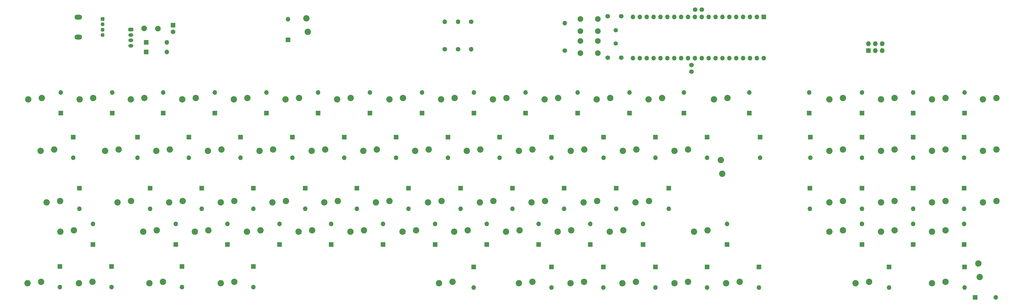
<source format=gts>
G04 #@! TF.GenerationSoftware,KiCad,Pcbnew,5.1.6-c6e7f7d~87~ubuntu18.04.1*
G04 #@! TF.CreationDate,2020-08-05T12:54:41+02:00*
G04 #@! TF.ProjectId,m0116_usb,6d303131-365f-4757-9362-2e6b69636164,rev?*
G04 #@! TF.SameCoordinates,Original*
G04 #@! TF.FileFunction,Soldermask,Top*
G04 #@! TF.FilePolarity,Negative*
%FSLAX46Y46*%
G04 Gerber Fmt 4.6, Leading zero omitted, Abs format (unit mm)*
G04 Created by KiCad (PCBNEW 5.1.6-c6e7f7d~87~ubuntu18.04.1) date 2020-08-05 12:54:41*
%MOMM*%
%LPD*%
G01*
G04 APERTURE LIST*
%ADD10O,1.700000X1.700000*%
%ADD11R,1.700000X1.700000*%
%ADD12C,2.350000*%
%ADD13O,1.850000X1.300000*%
%ADD14C,1.600000*%
%ADD15C,1.700000*%
%ADD16O,1.450000X1.450000*%
%ADD17R,1.450000X1.450000*%
%ADD18O,2.800000X1.800000*%
%ADD19O,1.800000X1.800000*%
%ADD20R,1.800000X1.800000*%
%ADD21C,2.100000*%
G04 APERTURE END LIST*
D10*
G04 #@! TO.C,U1*
X303276000Y-91744800D03*
X255016000Y-76504800D03*
X300736000Y-91744800D03*
X257556000Y-76504800D03*
X298196000Y-91744800D03*
X260096000Y-76504800D03*
X295656000Y-91744800D03*
X262636000Y-76504800D03*
X293116000Y-91744800D03*
X265176000Y-76504800D03*
X290576000Y-91744800D03*
X267716000Y-76504800D03*
X288036000Y-91744800D03*
X270256000Y-76504800D03*
X285496000Y-91744800D03*
X272796000Y-76504800D03*
X282956000Y-91744800D03*
X275336000Y-76504800D03*
X280416000Y-91744800D03*
X277876000Y-76504800D03*
X277876000Y-91744800D03*
X280416000Y-76504800D03*
X275336000Y-91744800D03*
X282956000Y-76504800D03*
X272796000Y-91744800D03*
X285496000Y-76504800D03*
X270256000Y-91744800D03*
X288036000Y-76504800D03*
X267716000Y-91744800D03*
X290576000Y-76504800D03*
X265176000Y-91744800D03*
X293116000Y-76504800D03*
X262636000Y-91744800D03*
X295656000Y-76504800D03*
X260096000Y-91744800D03*
X298196000Y-76504800D03*
X257556000Y-91744800D03*
X300736000Y-76504800D03*
X255016000Y-91744800D03*
D11*
X303276000Y-76504800D03*
G04 #@! TD*
D12*
G04 #@! TO.C,MX14*
X289901000Y-106489000D03*
X284901000Y-106989000D03*
G04 #@! TD*
D13*
G04 #@! TO.C,J3*
X69723000Y-87153000D03*
X69723000Y-85153000D03*
X69723000Y-83153000D03*
G36*
G01*
X69068832Y-80503000D02*
X70377168Y-80503000D01*
G75*
G02*
X70648000Y-80773832I0J-270832D01*
G01*
X70648000Y-81532168D01*
G75*
G02*
X70377168Y-81803000I-270832J0D01*
G01*
X69068832Y-81803000D01*
G75*
G02*
X68798000Y-81532168I0J270832D01*
G01*
X68798000Y-80773832D01*
G75*
G02*
X69068832Y-80503000I270832J0D01*
G01*
G37*
G04 #@! TD*
D14*
G04 #@! TO.C,XTAL1*
X248666000Y-86287000D03*
X248666000Y-81407000D03*
G04 #@! TD*
D15*
G04 #@! TO.C,C5*
X245698000Y-91567000D03*
X250698000Y-91567000D03*
G04 #@! TD*
G04 #@! TO.C,C4*
X245698000Y-76200000D03*
X250698000Y-76200000D03*
G04 #@! TD*
G04 #@! TO.C,C1*
X85344000Y-82002000D03*
D11*
X85344000Y-79502000D03*
G04 #@! TD*
D16*
G04 #@! TO.C,J2*
X59309000Y-83216000D03*
X59309000Y-81216000D03*
X59309000Y-79216000D03*
D17*
X59309000Y-77216000D03*
G04 #@! TD*
D18*
G04 #@! TO.C,USB1*
X50391000Y-76614000D03*
X50391000Y-83914000D03*
G04 #@! TD*
D12*
G04 #@! TO.C,MX34*
X351496000Y-125539000D03*
X346496000Y-126039000D03*
G04 #@! TD*
G04 #@! TO.C,MX40*
X107910000Y-144589000D03*
X102910000Y-145089000D03*
G04 #@! TD*
D19*
G04 #@! TO.C,J1*
X346964000Y-86360000D03*
X346964000Y-88900000D03*
X344424000Y-86360000D03*
X344424000Y-88900000D03*
X341884000Y-86360000D03*
D20*
X341884000Y-88900000D03*
G04 #@! TD*
D12*
G04 #@! TO.C,MX1*
X36917000Y-106489000D03*
X31917000Y-106989000D03*
G04 #@! TD*
D11*
G04 #@! TO.C,D3*
X43942000Y-112014000D03*
D10*
X43942000Y-104394000D03*
G04 #@! TD*
D15*
G04 #@! TO.C,R3*
X185547000Y-88392000D03*
D10*
X185547000Y-78232000D03*
G04 #@! TD*
G04 #@! TO.C,D1*
X83058000Y-85852000D03*
D11*
X75438000Y-85852000D03*
G04 #@! TD*
D10*
G04 #@! TO.C,D2*
X83058000Y-89408000D03*
D11*
X75438000Y-89408000D03*
G04 #@! TD*
D12*
G04 #@! TO.C,MX62*
X227243000Y-155893000D03*
X232243000Y-155393000D03*
G04 #@! TD*
G04 #@! TO.C,MX64*
X277535000Y-155893000D03*
X282535000Y-155393000D03*
G04 #@! TD*
D10*
G04 #@! TO.C,D18*
X339471000Y-104394000D03*
D11*
X339471000Y-112014000D03*
G04 #@! TD*
D12*
G04 #@! TO.C,MX3*
X74763000Y-106489000D03*
X69763000Y-106989000D03*
G04 #@! TD*
G04 #@! TO.C,MX72*
X135065000Y-82002000D03*
X134565000Y-77002000D03*
G04 #@! TD*
G04 #@! TO.C,MX81*
X382969000Y-172680000D03*
X382469000Y-167680000D03*
G04 #@! TD*
G04 #@! TO.C,MX80*
X365292000Y-174943000D03*
X370292000Y-174443000D03*
G04 #@! TD*
G04 #@! TO.C,MX79*
X337098000Y-174943000D03*
X342098000Y-174443000D03*
G04 #@! TD*
G04 #@! TO.C,MX78*
X289346000Y-174943000D03*
X294346000Y-174443000D03*
G04 #@! TD*
G04 #@! TO.C,MX77*
X270296000Y-174943000D03*
X275296000Y-174443000D03*
G04 #@! TD*
G04 #@! TO.C,MX76*
X251119000Y-174943000D03*
X256119000Y-174443000D03*
G04 #@! TD*
G04 #@! TO.C,MX75*
X231942000Y-174943000D03*
X236942000Y-174443000D03*
G04 #@! TD*
G04 #@! TO.C,MX74*
X212892000Y-174943000D03*
X217892000Y-174443000D03*
G04 #@! TD*
G04 #@! TO.C,MX73*
X183428000Y-174943000D03*
X188428000Y-174443000D03*
G04 #@! TD*
G04 #@! TO.C,MX71*
X102910000Y-174943000D03*
X107910000Y-174443000D03*
G04 #@! TD*
G04 #@! TO.C,MX70*
X76621000Y-174943000D03*
X81621000Y-174443000D03*
G04 #@! TD*
G04 #@! TO.C,MX69*
X50586000Y-174943000D03*
X55586000Y-174443000D03*
G04 #@! TD*
G04 #@! TO.C,MX68*
X31663000Y-174943000D03*
X36663000Y-174443000D03*
G04 #@! TD*
G04 #@! TO.C,MX67*
X365292000Y-155893000D03*
X370292000Y-155393000D03*
G04 #@! TD*
G04 #@! TO.C,MX66*
X346496000Y-155893000D03*
X351496000Y-155393000D03*
G04 #@! TD*
G04 #@! TO.C,MX65*
X327446000Y-155893000D03*
X332446000Y-155393000D03*
G04 #@! TD*
G04 #@! TO.C,MX63*
X246420000Y-155893000D03*
X251420000Y-155393000D03*
G04 #@! TD*
G04 #@! TO.C,MX61*
X208193000Y-155893000D03*
X213193000Y-155393000D03*
G04 #@! TD*
G04 #@! TO.C,MX60*
X189016000Y-155893000D03*
X194016000Y-155393000D03*
G04 #@! TD*
G04 #@! TO.C,MX59*
X169966000Y-155893000D03*
X174966000Y-155393000D03*
G04 #@! TD*
G04 #@! TO.C,MX58*
X150789000Y-155893000D03*
X155789000Y-155393000D03*
G04 #@! TD*
G04 #@! TO.C,MX57*
X131612000Y-155893000D03*
X136612000Y-155393000D03*
G04 #@! TD*
G04 #@! TO.C,MX56*
X112562000Y-155893000D03*
X117562000Y-155393000D03*
G04 #@! TD*
G04 #@! TO.C,MX55*
X93385000Y-155893000D03*
X98385000Y-155393000D03*
G04 #@! TD*
G04 #@! TO.C,MX54*
X74335000Y-155893000D03*
X79335000Y-155393000D03*
G04 #@! TD*
G04 #@! TO.C,MX53*
X43728000Y-155893000D03*
X48728000Y-155393000D03*
G04 #@! TD*
G04 #@! TO.C,MX52*
X389088000Y-144589000D03*
X384088000Y-145089000D03*
G04 #@! TD*
G04 #@! TO.C,MX51*
X370292000Y-144589000D03*
X365292000Y-145089000D03*
G04 #@! TD*
G04 #@! TO.C,MX50*
X351496000Y-144589000D03*
X346496000Y-145089000D03*
G04 #@! TD*
G04 #@! TO.C,MX49*
X332446000Y-144589000D03*
X327446000Y-145089000D03*
G04 #@! TD*
G04 #@! TO.C,MX48*
X260945000Y-144589000D03*
X255945000Y-145089000D03*
G04 #@! TD*
G04 #@! TO.C,MX47*
X241768000Y-144589000D03*
X236768000Y-145089000D03*
G04 #@! TD*
G04 #@! TO.C,MX46*
X222591000Y-144589000D03*
X217591000Y-145089000D03*
G04 #@! TD*
G04 #@! TO.C,MX45*
X203541000Y-144589000D03*
X198541000Y-145089000D03*
G04 #@! TD*
G04 #@! TO.C,MX44*
X184364000Y-144589000D03*
X179364000Y-145089000D03*
G04 #@! TD*
G04 #@! TO.C,MX43*
X165187000Y-144589000D03*
X160187000Y-145089000D03*
G04 #@! TD*
G04 #@! TO.C,MX42*
X146137000Y-144589000D03*
X141137000Y-145089000D03*
G04 #@! TD*
G04 #@! TO.C,MX41*
X126960000Y-144589000D03*
X121960000Y-145089000D03*
G04 #@! TD*
G04 #@! TO.C,MX39*
X88860000Y-144589000D03*
X83860000Y-145089000D03*
G04 #@! TD*
G04 #@! TO.C,MX38*
X69810000Y-144589000D03*
X64810000Y-145089000D03*
G04 #@! TD*
G04 #@! TO.C,MX37*
X43648000Y-144589000D03*
X38648000Y-145089000D03*
G04 #@! TD*
G04 #@! TO.C,MX36*
X389088000Y-125539000D03*
X384088000Y-126039000D03*
G04 #@! TD*
G04 #@! TO.C,MX35*
X370292000Y-125539000D03*
X365292000Y-126039000D03*
G04 #@! TD*
G04 #@! TO.C,MX33*
X332446000Y-125539000D03*
X327446000Y-126039000D03*
G04 #@! TD*
G04 #@! TO.C,MX32*
X287973000Y-134453000D03*
X287473000Y-129453000D03*
G04 #@! TD*
G04 #@! TO.C,MX31*
X275296000Y-125539000D03*
X270296000Y-126039000D03*
G04 #@! TD*
G04 #@! TO.C,MX30*
X256246000Y-125539000D03*
X251246000Y-126039000D03*
G04 #@! TD*
G04 #@! TO.C,MX29*
X237069000Y-125539000D03*
X232069000Y-126039000D03*
G04 #@! TD*
G04 #@! TO.C,MX28*
X217892000Y-125539000D03*
X212892000Y-126039000D03*
G04 #@! TD*
G04 #@! TO.C,MX27*
X198715000Y-125539000D03*
X193715000Y-126039000D03*
G04 #@! TD*
G04 #@! TO.C,MX26*
X179665000Y-125539000D03*
X174665000Y-126039000D03*
G04 #@! TD*
G04 #@! TO.C,MX25*
X160488000Y-125539000D03*
X155488000Y-126039000D03*
G04 #@! TD*
G04 #@! TO.C,MX24*
X141438000Y-125539000D03*
X136438000Y-126039000D03*
G04 #@! TD*
G04 #@! TO.C,MX23*
X122261000Y-125539000D03*
X117261000Y-126039000D03*
G04 #@! TD*
G04 #@! TO.C,MX22*
X103211000Y-125539000D03*
X98211000Y-126039000D03*
G04 #@! TD*
G04 #@! TO.C,MX21*
X84161000Y-125539000D03*
X79161000Y-126039000D03*
G04 #@! TD*
G04 #@! TO.C,MX20*
X65238000Y-125539000D03*
X60238000Y-126039000D03*
G04 #@! TD*
G04 #@! TO.C,MX19*
X41489000Y-125539000D03*
X36489000Y-126039000D03*
G04 #@! TD*
G04 #@! TO.C,MX18*
X389088000Y-106489000D03*
X384088000Y-106989000D03*
G04 #@! TD*
G04 #@! TO.C,MX17*
X370292000Y-106489000D03*
X365292000Y-106989000D03*
G04 #@! TD*
G04 #@! TO.C,MX16*
X351496000Y-106489000D03*
X346496000Y-106989000D03*
G04 #@! TD*
G04 #@! TO.C,MX15*
X332446000Y-106489000D03*
X327446000Y-106989000D03*
G04 #@! TD*
G04 #@! TO.C,MX13*
X265771000Y-106489000D03*
X260771000Y-106989000D03*
G04 #@! TD*
G04 #@! TO.C,MX12*
X246594000Y-106489000D03*
X241594000Y-106989000D03*
G04 #@! TD*
G04 #@! TO.C,MX11*
X227417000Y-106489000D03*
X222417000Y-106989000D03*
G04 #@! TD*
G04 #@! TO.C,MX10*
X208367000Y-106489000D03*
X203367000Y-106989000D03*
G04 #@! TD*
G04 #@! TO.C,MX9*
X189190000Y-106489000D03*
X184190000Y-106989000D03*
G04 #@! TD*
G04 #@! TO.C,MX8*
X170140000Y-106489000D03*
X165140000Y-106989000D03*
G04 #@! TD*
G04 #@! TO.C,MX7*
X150836000Y-106489000D03*
X145836000Y-106989000D03*
G04 #@! TD*
G04 #@! TO.C,MX6*
X131786000Y-106489000D03*
X126786000Y-106989000D03*
G04 #@! TD*
G04 #@! TO.C,MX5*
X112736000Y-106489000D03*
X107736000Y-106989000D03*
G04 #@! TD*
G04 #@! TO.C,MX4*
X93686000Y-106489000D03*
X88686000Y-106989000D03*
G04 #@! TD*
G04 #@! TO.C,MX2*
X55840000Y-106489000D03*
X50840000Y-106989000D03*
G04 #@! TD*
D21*
G04 #@! TO.C,Reset*
X242085000Y-85344000D03*
X242085000Y-89844000D03*
X235585000Y-85344000D03*
X235585000Y-89844000D03*
G04 #@! TD*
D10*
G04 #@! TO.C,R2*
X195326000Y-88392000D03*
D15*
X195326000Y-78232000D03*
G04 #@! TD*
G04 #@! TO.C,R4*
X190500000Y-88392000D03*
D10*
X190500000Y-78232000D03*
G04 #@! TD*
G04 #@! TO.C,R1*
X229870000Y-78740000D03*
D15*
X229870000Y-88900000D03*
G04 #@! TD*
D21*
G04 #@! TO.C,F1*
X74676000Y-80762000D03*
X79756000Y-80772000D03*
G04 #@! TD*
D10*
G04 #@! TO.C,D74*
X127762000Y-77343000D03*
D11*
X127762000Y-84963000D03*
G04 #@! TD*
D10*
G04 #@! TO.C,D83*
X388874000Y-180213000D03*
D11*
X381254000Y-180213000D03*
G04 #@! TD*
D10*
G04 #@! TO.C,D82*
X377317000Y-176530000D03*
D11*
X377317000Y-168910000D03*
G04 #@! TD*
D10*
G04 #@! TO.C,D81*
X349504000Y-176530000D03*
D11*
X349504000Y-168910000D03*
G04 #@! TD*
D10*
G04 #@! TO.C,D80*
X301498000Y-176530000D03*
D11*
X301498000Y-168910000D03*
G04 #@! TD*
D10*
G04 #@! TO.C,D79*
X282321000Y-176530000D03*
D11*
X282321000Y-168910000D03*
G04 #@! TD*
D10*
G04 #@! TO.C,D78*
X263271000Y-176530000D03*
D11*
X263271000Y-168910000D03*
G04 #@! TD*
D10*
G04 #@! TO.C,D77*
X244094000Y-176530000D03*
D11*
X244094000Y-168910000D03*
G04 #@! TD*
D10*
G04 #@! TO.C,D76*
X224917000Y-176530000D03*
D11*
X224917000Y-168910000D03*
G04 #@! TD*
D10*
G04 #@! TO.C,D75*
X196215000Y-176530000D03*
D11*
X196215000Y-168910000D03*
G04 #@! TD*
D10*
G04 #@! TO.C,D73*
X114935000Y-176403000D03*
D11*
X114935000Y-168783000D03*
G04 #@! TD*
D10*
G04 #@! TO.C,D72*
X88646000Y-176403000D03*
D11*
X88646000Y-168783000D03*
G04 #@! TD*
D10*
G04 #@! TO.C,D71*
X62611000Y-176403000D03*
D11*
X62611000Y-168783000D03*
G04 #@! TD*
D10*
G04 #@! TO.C,D70*
X43561000Y-176403000D03*
D11*
X43561000Y-168783000D03*
G04 #@! TD*
D10*
G04 #@! TO.C,D69*
X377190000Y-153035000D03*
D11*
X377190000Y-160655000D03*
G04 #@! TD*
D10*
G04 #@! TO.C,D68*
X358394000Y-153035000D03*
D11*
X358394000Y-160655000D03*
G04 #@! TD*
D10*
G04 #@! TO.C,D67*
X339471000Y-153035000D03*
D11*
X339471000Y-160655000D03*
G04 #@! TD*
D10*
G04 #@! TO.C,D66*
X289687000Y-153035000D03*
D11*
X289687000Y-160655000D03*
G04 #@! TD*
D10*
G04 #@! TO.C,D65*
X258699000Y-153035000D03*
D11*
X258699000Y-160655000D03*
G04 #@! TD*
D10*
G04 #@! TO.C,D64*
X239268000Y-153035000D03*
D11*
X239268000Y-160655000D03*
G04 #@! TD*
D10*
G04 #@! TO.C,D63*
X220218000Y-153035000D03*
D11*
X220218000Y-160655000D03*
G04 #@! TD*
D10*
G04 #@! TO.C,D62*
X201041000Y-153035000D03*
D11*
X201041000Y-160655000D03*
G04 #@! TD*
D10*
G04 #@! TO.C,D61*
X181991000Y-153035000D03*
D11*
X181991000Y-160655000D03*
G04 #@! TD*
D10*
G04 #@! TO.C,D60*
X162814000Y-153035000D03*
D11*
X162814000Y-160655000D03*
G04 #@! TD*
D10*
G04 #@! TO.C,D59*
X143637000Y-153035000D03*
D11*
X143637000Y-160655000D03*
G04 #@! TD*
D10*
G04 #@! TO.C,D58*
X124587000Y-153035000D03*
D11*
X124587000Y-160655000D03*
G04 #@! TD*
D10*
G04 #@! TO.C,D57*
X105410000Y-153035000D03*
D11*
X105410000Y-160655000D03*
G04 #@! TD*
D10*
G04 #@! TO.C,D56*
X86360000Y-153035000D03*
D11*
X86360000Y-160655000D03*
G04 #@! TD*
D10*
G04 #@! TO.C,D55*
X55753000Y-153035000D03*
D11*
X55753000Y-160655000D03*
G04 #@! TD*
D10*
G04 #@! TO.C,D54*
X377190000Y-147447000D03*
D11*
X377190000Y-139827000D03*
G04 #@! TD*
D10*
G04 #@! TO.C,D53*
X358394000Y-147447000D03*
D11*
X358394000Y-139827000D03*
G04 #@! TD*
D10*
G04 #@! TO.C,D52*
X339471000Y-147447000D03*
D11*
X339471000Y-139827000D03*
G04 #@! TD*
D10*
G04 #@! TO.C,D51*
X320294000Y-147447000D03*
D11*
X320294000Y-139827000D03*
G04 #@! TD*
D10*
G04 #@! TO.C,D50*
X268224000Y-147447000D03*
D11*
X268224000Y-139827000D03*
G04 #@! TD*
D10*
G04 #@! TO.C,D49*
X248793000Y-147447000D03*
D11*
X248793000Y-139827000D03*
G04 #@! TD*
D10*
G04 #@! TO.C,D48*
X229616000Y-147447000D03*
D11*
X229616000Y-139827000D03*
G04 #@! TD*
D10*
G04 #@! TO.C,D47*
X210566000Y-147447000D03*
D11*
X210566000Y-139827000D03*
G04 #@! TD*
D10*
G04 #@! TO.C,D46*
X191389000Y-147447000D03*
D11*
X191389000Y-139827000D03*
G04 #@! TD*
D10*
G04 #@! TO.C,D45*
X172212000Y-147447000D03*
D11*
X172212000Y-139827000D03*
G04 #@! TD*
D10*
G04 #@! TO.C,D44*
X153162000Y-147447000D03*
D11*
X153162000Y-139827000D03*
G04 #@! TD*
D10*
G04 #@! TO.C,D43*
X134112000Y-147447000D03*
D11*
X134112000Y-139827000D03*
G04 #@! TD*
D10*
G04 #@! TO.C,D42*
X114935000Y-147447000D03*
D11*
X114935000Y-139827000D03*
G04 #@! TD*
D10*
G04 #@! TO.C,D41*
X95885000Y-147447000D03*
D11*
X95885000Y-139827000D03*
G04 #@! TD*
D10*
G04 #@! TO.C,D40*
X76835000Y-147447000D03*
D11*
X76835000Y-139827000D03*
G04 #@! TD*
D10*
G04 #@! TO.C,D39*
X50800000Y-147447000D03*
D11*
X50800000Y-139827000D03*
G04 #@! TD*
D10*
G04 #@! TO.C,D38*
X377190000Y-128524000D03*
D11*
X377190000Y-120904000D03*
G04 #@! TD*
D10*
G04 #@! TO.C,D37*
X358394000Y-128524000D03*
D11*
X358394000Y-120904000D03*
G04 #@! TD*
D10*
G04 #@! TO.C,D36*
X339471000Y-128524000D03*
D11*
X339471000Y-120904000D03*
G04 #@! TD*
D10*
G04 #@! TO.C,D35*
X320421000Y-128524000D03*
D11*
X320421000Y-120904000D03*
G04 #@! TD*
D10*
G04 #@! TO.C,D34*
X301879000Y-128524000D03*
D11*
X301879000Y-120904000D03*
G04 #@! TD*
D10*
G04 #@! TO.C,D33*
X282321000Y-128524000D03*
D11*
X282321000Y-120904000D03*
G04 #@! TD*
D10*
G04 #@! TO.C,D32*
X263271000Y-128524000D03*
D11*
X263271000Y-120904000D03*
G04 #@! TD*
D10*
G04 #@! TO.C,D31*
X244144800Y-128524000D03*
D11*
X244144800Y-120904000D03*
G04 #@! TD*
D10*
G04 #@! TO.C,D30*
X224942400Y-128524000D03*
D11*
X224942400Y-120904000D03*
G04 #@! TD*
D10*
G04 #@! TO.C,D29*
X205841600Y-128524000D03*
D11*
X205841600Y-120904000D03*
G04 #@! TD*
D10*
G04 #@! TO.C,D28*
X186740800Y-128524000D03*
D11*
X186740800Y-120904000D03*
G04 #@! TD*
D10*
G04 #@! TO.C,D27*
X167589200Y-128524000D03*
D11*
X167589200Y-120904000D03*
G04 #@! TD*
D10*
G04 #@! TO.C,D26*
X148488400Y-128524000D03*
D11*
X148488400Y-120904000D03*
G04 #@! TD*
D10*
G04 #@! TO.C,D25*
X129336800Y-128524000D03*
D11*
X129336800Y-120904000D03*
G04 #@! TD*
D10*
G04 #@! TO.C,D24*
X110185200Y-128524000D03*
D11*
X110185200Y-120904000D03*
G04 #@! TD*
D10*
G04 #@! TO.C,D23*
X91135200Y-128524000D03*
D11*
X91135200Y-120904000D03*
G04 #@! TD*
G04 #@! TO.C,D22*
X72237600Y-120904000D03*
D10*
X72237600Y-128524000D03*
G04 #@! TD*
G04 #@! TO.C,D21*
X48514000Y-128524000D03*
D11*
X48514000Y-120904000D03*
G04 #@! TD*
D10*
G04 #@! TO.C,D20*
X377317000Y-104394000D03*
D11*
X377317000Y-112014000D03*
G04 #@! TD*
D10*
G04 #@! TO.C,D19*
X358394000Y-104394000D03*
D11*
X358394000Y-112014000D03*
G04 #@! TD*
D10*
G04 #@! TO.C,D17*
X320040000Y-104394000D03*
D11*
X320040000Y-112014000D03*
G04 #@! TD*
D10*
G04 #@! TO.C,D16*
X297942000Y-104394000D03*
D11*
X297942000Y-112014000D03*
G04 #@! TD*
D10*
G04 #@! TO.C,D15*
X273812000Y-104394000D03*
D11*
X273812000Y-112014000D03*
G04 #@! TD*
D10*
G04 #@! TO.C,D14*
X253746000Y-104394000D03*
D11*
X253746000Y-112014000D03*
G04 #@! TD*
D10*
G04 #@! TO.C,D13*
X234569000Y-104394000D03*
D11*
X234569000Y-112014000D03*
G04 #@! TD*
D10*
G04 #@! TO.C,D12*
X215392000Y-104394000D03*
D11*
X215392000Y-112014000D03*
G04 #@! TD*
D10*
G04 #@! TO.C,D11*
X196342000Y-104394000D03*
D11*
X196342000Y-112014000D03*
G04 #@! TD*
D10*
G04 #@! TO.C,D10*
X177165000Y-104394000D03*
D11*
X177165000Y-112014000D03*
G04 #@! TD*
D10*
G04 #@! TO.C,D9*
X157988000Y-104394000D03*
D11*
X157988000Y-112014000D03*
G04 #@! TD*
D10*
G04 #@! TO.C,D8*
X138811000Y-104394000D03*
D11*
X138811000Y-112014000D03*
G04 #@! TD*
D10*
G04 #@! TO.C,D7*
X119761000Y-104394000D03*
D11*
X119761000Y-112014000D03*
G04 #@! TD*
D10*
G04 #@! TO.C,D6*
X100711000Y-104394000D03*
D11*
X100711000Y-112014000D03*
G04 #@! TD*
D10*
G04 #@! TO.C,D5*
X81661000Y-104394000D03*
D11*
X81661000Y-112014000D03*
G04 #@! TD*
D10*
G04 #@! TO.C,D4*
X62865000Y-104394000D03*
D11*
X62865000Y-112014000D03*
G04 #@! TD*
D15*
G04 #@! TO.C,C3*
X277916000Y-73787000D03*
X280416000Y-73787000D03*
G04 #@! TD*
G04 #@! TO.C,C2*
X276606000Y-96734000D03*
X276606000Y-94234000D03*
G04 #@! TD*
D21*
G04 #@! TO.C,Boot*
X242085000Y-77216000D03*
X242085000Y-81716000D03*
X235585000Y-77216000D03*
X235585000Y-81716000D03*
G04 #@! TD*
M02*

</source>
